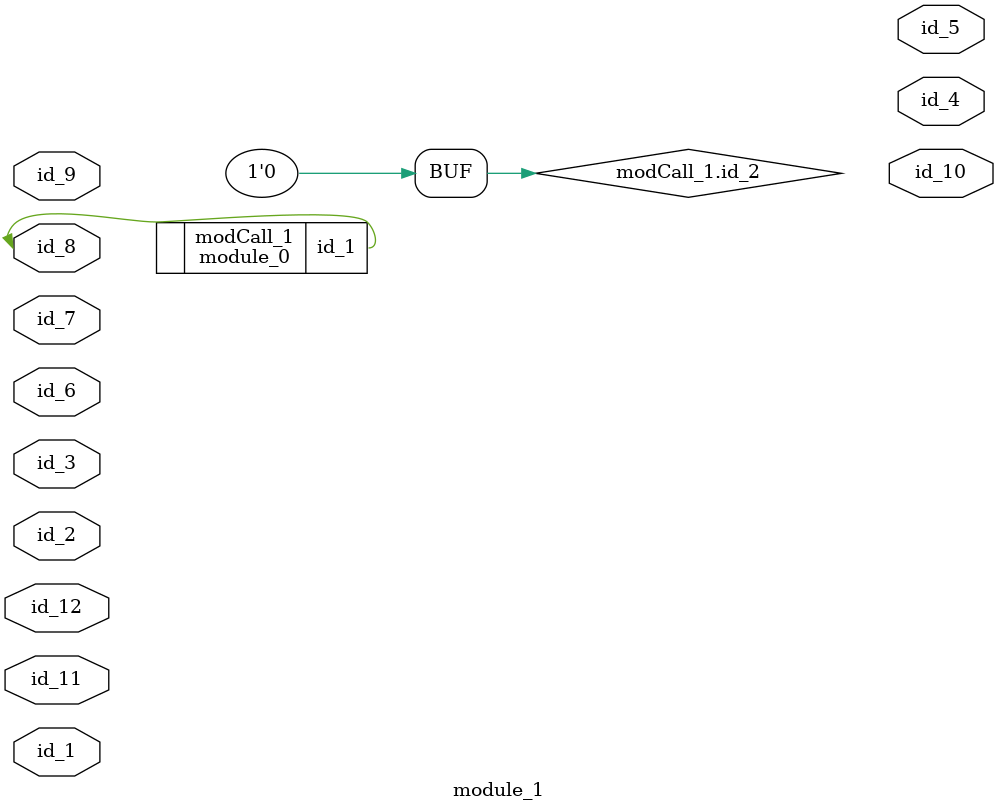
<source format=v>
module module_0 (
    id_1
);
  output wire id_1;
  assign id_1 = 1 ? id_2 : 1 ? "" & 1'b0 : (1);
endmodule
module module_1 (
    id_1,
    id_2,
    id_3,
    id_4,
    id_5,
    id_6,
    id_7,
    id_8,
    id_9,
    id_10,
    id_11,
    id_12
);
  input wire id_12;
  inout wire id_11;
  output wire id_10;
  input wire id_9;
  inout wire id_8;
  input wire id_7;
  input wire id_6;
  output wire id_5;
  output wire id_4;
  inout wire id_3;
  input wire id_2;
  input wire id_1;
  wire id_13;
  module_0 modCall_1 (id_8);
  assign modCall_1.id_2 = 0;
endmodule

</source>
